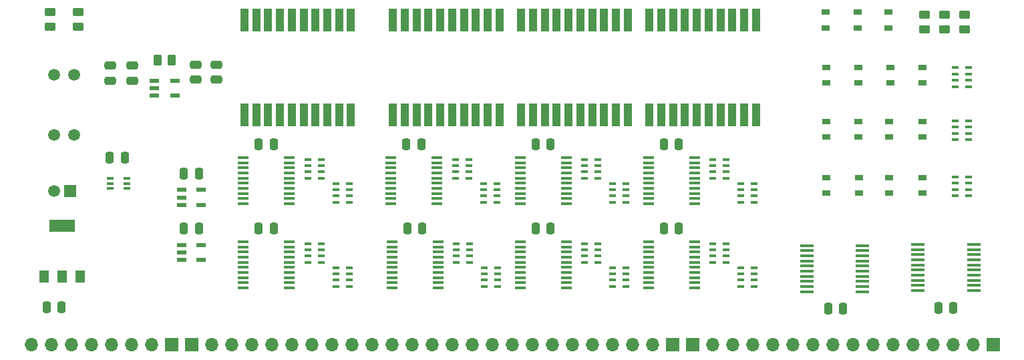
<source format=gts>
%TF.GenerationSoftware,KiCad,Pcbnew,8.0.5*%
%TF.CreationDate,2024-11-27T10:13:54+02:00*%
%TF.ProjectId,W65C816 Debug Display,57363543-3831-4362-9044-656275672044,V1*%
%TF.SameCoordinates,PX2b4c984PY5781bbc*%
%TF.FileFunction,Soldermask,Top*%
%TF.FilePolarity,Negative*%
%FSLAX46Y46*%
G04 Gerber Fmt 4.6, Leading zero omitted, Abs format (unit mm)*
G04 Created by KiCad (PCBNEW 8.0.5) date 2024-11-27 10:13:54*
%MOMM*%
%LPD*%
G01*
G04 APERTURE LIST*
G04 Aperture macros list*
%AMRoundRect*
0 Rectangle with rounded corners*
0 $1 Rounding radius*
0 $2 $3 $4 $5 $6 $7 $8 $9 X,Y pos of 4 corners*
0 Add a 4 corners polygon primitive as box body*
4,1,4,$2,$3,$4,$5,$6,$7,$8,$9,$2,$3,0*
0 Add four circle primitives for the rounded corners*
1,1,$1+$1,$2,$3*
1,1,$1+$1,$4,$5*
1,1,$1+$1,$6,$7*
1,1,$1+$1,$8,$9*
0 Add four rect primitives between the rounded corners*
20,1,$1+$1,$2,$3,$4,$5,0*
20,1,$1+$1,$4,$5,$6,$7,0*
20,1,$1+$1,$6,$7,$8,$9,0*
20,1,$1+$1,$8,$9,$2,$3,0*%
G04 Aperture macros list end*
%ADD10R,1.500000X1.500000*%
%ADD11C,1.500000*%
%ADD12R,0.875000X0.450000*%
%ADD13R,1.800000X0.450000*%
%ADD14RoundRect,0.250000X-0.250000X-0.475000X0.250000X-0.475000X0.250000X0.475000X-0.250000X0.475000X0*%
%ADD15RoundRect,0.250000X0.475000X-0.250000X0.475000X0.250000X-0.475000X0.250000X-0.475000X-0.250000X0*%
%ADD16RoundRect,0.250000X0.450000X-0.262500X0.450000X0.262500X-0.450000X0.262500X-0.450000X-0.262500X0*%
%ADD17R,1.000000X0.800000*%
%ADD18RoundRect,0.250000X0.250000X0.475000X-0.250000X0.475000X-0.250000X-0.475000X0.250000X-0.475000X0*%
%ADD19R,0.900000X0.450000*%
%ADD20R,1.000000X3.000000*%
%ADD21R,1.475000X0.450000*%
%ADD22R,1.150000X0.600000*%
%ADD23R,1.250000X0.600000*%
%ADD24C,1.509000*%
%ADD25RoundRect,0.250000X-0.262500X-0.450000X0.262500X-0.450000X0.262500X0.450000X-0.262500X0.450000X0*%
%ADD26R,1.200000X1.500000*%
%ADD27R,3.300000X1.500000*%
%ADD28R,1.700000X1.700000*%
%ADD29O,1.700000X1.700000*%
G04 APERTURE END LIST*
D10*
%TO.C,C1*%
X4937000Y19482000D03*
D11*
X2937000Y19482000D03*
%TD*%
D12*
%TO.C,IC12*%
X10033000Y21082000D03*
X10033000Y20432000D03*
X10033000Y19782000D03*
X12157000Y19782000D03*
X12157000Y20432000D03*
X12157000Y21082000D03*
%TD*%
D13*
%TO.C,IC11*%
X105404000Y6727000D03*
X105404000Y7377000D03*
X105404001Y8027000D03*
X105404000Y8677000D03*
X105404000Y9327000D03*
X105404000Y9977000D03*
X105404000Y10627000D03*
X105404001Y11277000D03*
X105404000Y11927000D03*
X105404000Y12577000D03*
X98304000Y12577000D03*
X98304000Y11927000D03*
X98303999Y11277000D03*
X98304000Y10627000D03*
X98304000Y9977000D03*
X98304000Y9327000D03*
X98304000Y8677000D03*
X98303999Y8027000D03*
X98304000Y7377000D03*
X98304000Y6727000D03*
%TD*%
%TO.C,IC10*%
X119501000Y6854000D03*
X119501000Y7504000D03*
X119501001Y8154000D03*
X119501000Y8804000D03*
X119501000Y9454000D03*
X119501000Y10104000D03*
X119501000Y10754000D03*
X119501001Y11404000D03*
X119501000Y12054000D03*
X119501000Y12704000D03*
X112401000Y12704000D03*
X112401000Y12054000D03*
X112400999Y11404000D03*
X112401000Y10754000D03*
X112401000Y10104000D03*
X112401000Y9454000D03*
X112401000Y8804000D03*
X112400999Y8154000D03*
X112401000Y7504000D03*
X112401000Y6854000D03*
%TD*%
D14*
%TO.C,C13*%
X101047000Y4572000D03*
X102947000Y4572000D03*
%TD*%
%TO.C,C12*%
X115017000Y4699000D03*
X116917000Y4699000D03*
%TD*%
D15*
%TO.C,C4*%
X23495000Y33610000D03*
X23495000Y35510000D03*
%TD*%
D16*
%TO.C,R5*%
X115819500Y41821700D03*
X115819500Y39996700D03*
%TD*%
D17*
%TO.C,LED5*%
X104834000Y26305800D03*
X104834000Y28305800D03*
%TD*%
D18*
%TO.C,C7*%
X21254000Y21717000D03*
X19354000Y21717000D03*
%TD*%
D15*
%TO.C,C9*%
X12855000Y33483000D03*
X12855000Y35383000D03*
%TD*%
D17*
%TO.C,LED10*%
X108898000Y33163800D03*
X108898000Y35163800D03*
%TD*%
%TO.C,LED11*%
X112962000Y33163800D03*
X112962000Y35163800D03*
%TD*%
D19*
%TO.C,RN14*%
X71860000Y10433800D03*
X71860000Y11233800D03*
X71860000Y12033800D03*
X71860000Y12833800D03*
X70160000Y12833800D03*
X70160000Y12033800D03*
X70160000Y11233800D03*
X70160000Y10433800D03*
%TD*%
%TO.C,RN16*%
X57460000Y7385800D03*
X57460000Y8185800D03*
X57460000Y8985800D03*
X57460000Y9785800D03*
X59160000Y9785800D03*
X59160000Y8985800D03*
X59160000Y8185800D03*
X59160000Y7385800D03*
%TD*%
%TO.C,RN17*%
X57333000Y18053800D03*
X57333000Y18853800D03*
X57333000Y19653800D03*
X57333000Y20453800D03*
X59033000Y20453800D03*
X59033000Y19653800D03*
X59033000Y18853800D03*
X59033000Y18053800D03*
%TD*%
D17*
%TO.C,LED9*%
X104834000Y33163800D03*
X104834000Y35163800D03*
%TD*%
D20*
%TO.C,DS1*%
X27051000Y29117000D03*
X28551000Y29117000D03*
X30051000Y29117000D03*
X31551000Y29117000D03*
X33051000Y29117000D03*
X34551000Y29117000D03*
X36051000Y29117000D03*
X37551000Y29117000D03*
X39051000Y29117000D03*
X40551000Y29117000D03*
X40551000Y41117000D03*
X39051000Y41117000D03*
X37551000Y41117000D03*
X36051000Y41117000D03*
X34551000Y41117000D03*
X33051000Y41117000D03*
X31551000Y41117000D03*
X30051000Y41117000D03*
X28551000Y41117000D03*
X27051000Y41117000D03*
%TD*%
D21*
%TO.C,IC8*%
X45593000Y23722000D03*
X45593000Y23072000D03*
X45593000Y22422000D03*
X45593000Y21772000D03*
X45593000Y21122000D03*
X45593000Y20472000D03*
X45593000Y19822000D03*
X45593000Y19172000D03*
X45593000Y18522000D03*
X45593000Y17872000D03*
X51469000Y17872000D03*
X51469000Y18522000D03*
X51469000Y19172000D03*
X51469000Y19822000D03*
X51469000Y20472000D03*
X51469000Y21122000D03*
X51469000Y21772000D03*
X51469000Y22422000D03*
X51469000Y23072000D03*
X51469000Y23722000D03*
%TD*%
D19*
%TO.C,RN13*%
X75416000Y18053800D03*
X75416000Y18853800D03*
X75416000Y19653800D03*
X75416000Y20453800D03*
X73716000Y20453800D03*
X73716000Y19653800D03*
X73716000Y18853800D03*
X73716000Y18053800D03*
%TD*%
D17*
%TO.C,LED13*%
X104961000Y19193800D03*
X104961000Y21193800D03*
%TD*%
D19*
%TO.C,RN2*%
X117094000Y32709000D03*
X117094000Y33509000D03*
X117094000Y34309000D03*
X117094000Y35109000D03*
X118794000Y35109000D03*
X118794000Y34309000D03*
X118794000Y33509000D03*
X118794000Y32709000D03*
%TD*%
D18*
%TO.C,C19*%
X65848000Y14701000D03*
X63948000Y14701000D03*
%TD*%
D17*
%TO.C,LED3*%
X104770500Y40164000D03*
X104770500Y42164000D03*
%TD*%
%TO.C,LED2*%
X100706500Y40164000D03*
X100706500Y42164000D03*
%TD*%
D21*
%TO.C,IC6*%
X84108000Y23722000D03*
X84108000Y23072000D03*
X84108000Y22422000D03*
X84108000Y21772000D03*
X84108000Y21122000D03*
X84108000Y20472000D03*
X84108000Y19822000D03*
X84108000Y19172000D03*
X84108000Y18522000D03*
X84108000Y17872000D03*
X78232000Y17872000D03*
X78232000Y18522000D03*
X78232000Y19172000D03*
X78232000Y19822000D03*
X78232000Y20472000D03*
X78232000Y21122000D03*
X78232000Y21772000D03*
X78232000Y22422000D03*
X78232000Y23072000D03*
X78232000Y23722000D03*
%TD*%
D17*
%TO.C,LED4*%
X100770000Y26305800D03*
X100770000Y28305800D03*
%TD*%
D14*
%TO.C,C3*%
X1971000Y4750000D03*
X3871000Y4750000D03*
%TD*%
D17*
%TO.C,LED6*%
X108771000Y26305800D03*
X108771000Y28305800D03*
%TD*%
D22*
%TO.C,IC3*%
X15619000Y33462000D03*
X15619000Y32512000D03*
X15619000Y31562000D03*
X18219000Y31562000D03*
X18219000Y33462000D03*
%TD*%
D17*
%TO.C,LED12*%
X100770000Y19193800D03*
X100770000Y21193800D03*
%TD*%
D19*
%TO.C,RN7*%
X36750000Y21101800D03*
X36750000Y21901800D03*
X36750000Y22701800D03*
X36750000Y23501800D03*
X35050000Y23501800D03*
X35050000Y22701800D03*
X35050000Y21901800D03*
X35050000Y21101800D03*
%TD*%
D16*
%TO.C,R3*%
X118349500Y41821700D03*
X118349500Y39996700D03*
%TD*%
D23*
%TO.C,IC9*%
X19070000Y19619000D03*
X19070000Y18669000D03*
X19070000Y17719000D03*
X21570000Y17719000D03*
X21570000Y19619000D03*
%TD*%
D20*
%TO.C,DS3*%
X62120000Y41117000D03*
X63620000Y41117000D03*
X65120000Y41117000D03*
X66620000Y41117000D03*
X68120000Y41117000D03*
X69620000Y41117000D03*
X71120000Y41117000D03*
X72620000Y41117000D03*
X74120000Y41117000D03*
X75620000Y41117000D03*
X75620000Y29117000D03*
X74120000Y29117000D03*
X72620000Y29117000D03*
X71120000Y29117000D03*
X69620000Y29117000D03*
X68120000Y29117000D03*
X66620000Y29117000D03*
X65120000Y29117000D03*
X63620000Y29117000D03*
X62120000Y29117000D03*
%TD*%
D19*
%TO.C,RN4*%
X40306000Y7385800D03*
X40306000Y8185800D03*
X40306000Y8985800D03*
X40306000Y9785800D03*
X38606000Y9785800D03*
X38606000Y8985800D03*
X38606000Y8185800D03*
X38606000Y7385800D03*
%TD*%
%TO.C,RN5*%
X40306000Y18053800D03*
X40306000Y18853800D03*
X40306000Y19653800D03*
X40306000Y20453800D03*
X38606000Y20453800D03*
X38606000Y19653800D03*
X38606000Y18853800D03*
X38606000Y18053800D03*
%TD*%
D16*
%TO.C,R6*%
X2387000Y40310000D03*
X2387000Y42135000D03*
%TD*%
D24*
%TO.C,S2*%
X5445000Y34214000D03*
X2905000Y34214000D03*
X2905000Y26594000D03*
X5445000Y26594000D03*
%TD*%
D18*
%TO.C,C18*%
X11856000Y23749000D03*
X9956000Y23749000D03*
%TD*%
D17*
%TO.C,LED1*%
X108707500Y40164000D03*
X108707500Y42164000D03*
%TD*%
D19*
%TO.C,RN6*%
X36750000Y10433800D03*
X36750000Y11233800D03*
X36750000Y12033800D03*
X36750000Y12833800D03*
X35050000Y12833800D03*
X35050000Y12033800D03*
X35050000Y11233800D03*
X35050000Y10433800D03*
%TD*%
D16*
%TO.C,R1*%
X5943000Y40310000D03*
X5943000Y42135000D03*
%TD*%
D18*
%TO.C,C15*%
X80204000Y25369000D03*
X82104000Y25369000D03*
%TD*%
D19*
%TO.C,RN8*%
X89972000Y7385800D03*
X89972000Y8185800D03*
X89972000Y8985800D03*
X89972000Y9785800D03*
X91672000Y9785800D03*
X91672000Y8985800D03*
X91672000Y8185800D03*
X91672000Y7385800D03*
%TD*%
D18*
%TO.C,C23*%
X65848000Y25369000D03*
X63948000Y25369000D03*
%TD*%
D20*
%TO.C,DS4*%
X45864000Y29117000D03*
X47364000Y29117000D03*
X48864000Y29117000D03*
X50364000Y29117000D03*
X51864000Y29117000D03*
X53364000Y29117000D03*
X54864000Y29117000D03*
X56364000Y29117000D03*
X57864000Y29117000D03*
X59364000Y29117000D03*
X59364000Y41117000D03*
X57864000Y41117000D03*
X56364000Y41117000D03*
X54864000Y41117000D03*
X53364000Y41117000D03*
X51864000Y41117000D03*
X50364000Y41117000D03*
X48864000Y41117000D03*
X47364000Y41117000D03*
X45864000Y41117000D03*
%TD*%
D21*
%TO.C,IC15*%
X61976000Y13054000D03*
X61976000Y12404000D03*
X61976000Y11754000D03*
X61976000Y11104000D03*
X61976000Y10454000D03*
X61976000Y9804000D03*
X61976000Y9154000D03*
X61976000Y8504000D03*
X61976000Y7854000D03*
X61976000Y7204000D03*
X67852000Y7204000D03*
X67852000Y7854000D03*
X67852000Y8504000D03*
X67852000Y9154000D03*
X67852000Y9804000D03*
X67852000Y10454000D03*
X67852000Y11104000D03*
X67852000Y11754000D03*
X67852000Y12404000D03*
X67852000Y13054000D03*
%TD*%
%TO.C,IC7*%
X61976000Y23722000D03*
X61976000Y23072000D03*
X61976000Y22422000D03*
X61976000Y21772000D03*
X61976000Y21122000D03*
X61976000Y20472000D03*
X61976000Y19822000D03*
X61976000Y19172000D03*
X61976000Y18522000D03*
X61976000Y17872000D03*
X67852000Y17872000D03*
X67852000Y18522000D03*
X67852000Y19172000D03*
X67852000Y19822000D03*
X67852000Y20472000D03*
X67852000Y21122000D03*
X67852000Y21772000D03*
X67852000Y22422000D03*
X67852000Y23072000D03*
X67852000Y23722000D03*
%TD*%
D19*
%TO.C,RN9*%
X89972000Y18053800D03*
X89972000Y18853800D03*
X89972000Y19653800D03*
X89972000Y20453800D03*
X91672000Y20453800D03*
X91672000Y19653800D03*
X91672000Y18853800D03*
X91672000Y18053800D03*
%TD*%
%TO.C,RN18*%
X53904000Y10433800D03*
X53904000Y11233800D03*
X53904000Y12033800D03*
X53904000Y12833800D03*
X55604000Y12833800D03*
X55604000Y12033800D03*
X55604000Y11233800D03*
X55604000Y10433800D03*
%TD*%
D21*
%TO.C,IC5*%
X32742000Y23722000D03*
X32742000Y23072000D03*
X32742000Y22422000D03*
X32742000Y21772000D03*
X32742000Y21122000D03*
X32742000Y20472000D03*
X32742000Y19822000D03*
X32742000Y19172000D03*
X32742000Y18522000D03*
X32742000Y17872000D03*
X26866000Y17872000D03*
X26866000Y18522000D03*
X26866000Y19172000D03*
X26866000Y19822000D03*
X26866000Y20472000D03*
X26866000Y21122000D03*
X26866000Y21772000D03*
X26866000Y22422000D03*
X26866000Y23072000D03*
X26866000Y23722000D03*
%TD*%
D17*
%TO.C,LED15*%
X112962000Y19193800D03*
X112962000Y21193800D03*
%TD*%
D18*
%TO.C,C11*%
X47565000Y25369000D03*
X49465000Y25369000D03*
%TD*%
D25*
%TO.C,R2*%
X16006500Y36078000D03*
X17831500Y36078000D03*
%TD*%
D26*
%TO.C,IC2*%
X1637000Y8662000D03*
X3937000Y8662000D03*
X6237000Y8662000D03*
D27*
X3937000Y15062000D03*
%TD*%
D17*
%TO.C,LED7*%
X112962000Y26305800D03*
X112962000Y28305800D03*
%TD*%
%TO.C,LED8*%
X100770000Y33163800D03*
X100770000Y35163800D03*
%TD*%
D16*
%TO.C,R4*%
X113269500Y41821700D03*
X113269500Y39996700D03*
%TD*%
D19*
%TO.C,RN1*%
X117094000Y25978000D03*
X117094000Y26778000D03*
X117094000Y27578000D03*
X117094000Y28378000D03*
X118794000Y28378000D03*
X118794000Y27578000D03*
X118794000Y26778000D03*
X118794000Y25978000D03*
%TD*%
D21*
%TO.C,IC14*%
X84108000Y13054000D03*
X84108000Y12404000D03*
X84108000Y11754000D03*
X84108000Y11104000D03*
X84108000Y10454000D03*
X84108000Y9804000D03*
X84108000Y9154000D03*
X84108000Y8504000D03*
X84108000Y7854000D03*
X84108000Y7204000D03*
X78232000Y7204000D03*
X78232000Y7854000D03*
X78232000Y8504000D03*
X78232000Y9154000D03*
X78232000Y9804000D03*
X78232000Y10454000D03*
X78232000Y11104000D03*
X78232000Y11754000D03*
X78232000Y12404000D03*
X78232000Y13054000D03*
%TD*%
%TO.C,IC16*%
X45720000Y13054000D03*
X45720000Y12404000D03*
X45720000Y11754000D03*
X45720000Y11104000D03*
X45720000Y10454000D03*
X45720000Y9804000D03*
X45720000Y9154000D03*
X45720000Y8504000D03*
X45720000Y7854000D03*
X45720000Y7204000D03*
X51596000Y7204000D03*
X51596000Y7854000D03*
X51596000Y8504000D03*
X51596000Y9154000D03*
X51596000Y9804000D03*
X51596000Y10454000D03*
X51596000Y11104000D03*
X51596000Y11754000D03*
X51596000Y12404000D03*
X51596000Y13054000D03*
%TD*%
D15*
%TO.C,C5*%
X20828000Y33610000D03*
X20828000Y35510000D03*
%TD*%
D19*
%TO.C,RN11*%
X86416000Y21101800D03*
X86416000Y21901800D03*
X86416000Y22701800D03*
X86416000Y23501800D03*
X88116000Y23501800D03*
X88116000Y22701800D03*
X88116000Y21901800D03*
X88116000Y21101800D03*
%TD*%
D23*
%TO.C,IC1*%
X19070000Y12634000D03*
X19070000Y11684000D03*
X19070000Y10734000D03*
X21570000Y10734000D03*
X21570000Y12634000D03*
%TD*%
D17*
%TO.C,LED14*%
X108771000Y19193800D03*
X108771000Y21193800D03*
%TD*%
D18*
%TO.C,C22*%
X47692000Y14701000D03*
X49592000Y14701000D03*
%TD*%
D15*
%TO.C,C8*%
X10033000Y33483000D03*
X10033000Y35383000D03*
%TD*%
D18*
%TO.C,C2*%
X80204000Y14701000D03*
X82104000Y14701000D03*
%TD*%
%TO.C,C10*%
X30738000Y14701000D03*
X28838000Y14701000D03*
%TD*%
%TO.C,C14*%
X30738000Y25369000D03*
X28838000Y25369000D03*
%TD*%
D19*
%TO.C,RN12*%
X75416000Y7385800D03*
X75416000Y8185800D03*
X75416000Y8985800D03*
X75416000Y9785800D03*
X73716000Y9785800D03*
X73716000Y8985800D03*
X73716000Y8185800D03*
X73716000Y7385800D03*
%TD*%
D20*
%TO.C,DS2*%
X78376000Y29117000D03*
X79876000Y29117000D03*
X81376000Y29117000D03*
X82876000Y29117000D03*
X84376000Y29117000D03*
X85876000Y29117000D03*
X87376000Y29117000D03*
X88876000Y29117000D03*
X90376000Y29117000D03*
X91876000Y29117000D03*
X91876000Y41117000D03*
X90376000Y41117000D03*
X88876000Y41117000D03*
X87376000Y41117000D03*
X85876000Y41117000D03*
X84376000Y41117000D03*
X82876000Y41117000D03*
X81376000Y41117000D03*
X79876000Y41117000D03*
X78376000Y41117000D03*
%TD*%
D19*
%TO.C,RN15*%
X71860000Y21101800D03*
X71860000Y21901800D03*
X71860000Y22701800D03*
X71860000Y23501800D03*
X70160000Y23501800D03*
X70160000Y22701800D03*
X70160000Y21901800D03*
X70160000Y21101800D03*
%TD*%
D18*
%TO.C,C6*%
X21254000Y14732000D03*
X19354000Y14732000D03*
%TD*%
D21*
%TO.C,IC13*%
X26866000Y13054000D03*
X26866000Y12404000D03*
X26866000Y11754000D03*
X26866000Y11104000D03*
X26866000Y10454000D03*
X26866000Y9804000D03*
X26866000Y9154000D03*
X26866000Y8504000D03*
X26866000Y7854000D03*
X26866000Y7204000D03*
X32742000Y7204000D03*
X32742000Y7854000D03*
X32742000Y8504000D03*
X32742000Y9154000D03*
X32742000Y9804000D03*
X32742000Y10454000D03*
X32742000Y11104000D03*
X32742000Y11754000D03*
X32742000Y12404000D03*
X32742000Y13054000D03*
%TD*%
D19*
%TO.C,RN3*%
X117094000Y18866000D03*
X117094000Y19666000D03*
X117094000Y20466000D03*
X117094000Y21266000D03*
X118794000Y21266000D03*
X118794000Y20466000D03*
X118794000Y19666000D03*
X118794000Y18866000D03*
%TD*%
%TO.C,RN19*%
X53777000Y21101800D03*
X53777000Y21901800D03*
X53777000Y22701800D03*
X53777000Y23501800D03*
X55477000Y23501800D03*
X55477000Y22701800D03*
X55477000Y21901800D03*
X55477000Y21101800D03*
%TD*%
%TO.C,RN10*%
X86416000Y10433800D03*
X86416000Y11233800D03*
X86416000Y12033800D03*
X86416000Y12833800D03*
X88116000Y12833800D03*
X88116000Y12033800D03*
X88116000Y11233800D03*
X88116000Y10433800D03*
%TD*%
D28*
%TO.C,J3*%
X81280000Y0D03*
D29*
X78740000Y0D03*
X76200000Y0D03*
X73660000Y0D03*
X71120000Y0D03*
X68580000Y0D03*
X66040000Y0D03*
X63500000Y0D03*
X60960000Y0D03*
X58420000Y0D03*
X55880000Y0D03*
X53340000Y0D03*
X50800000Y0D03*
X48260000Y0D03*
X45720000Y0D03*
X43180000Y0D03*
X40640000Y0D03*
X38100000Y0D03*
X35560000Y0D03*
X33020000Y0D03*
X30480000Y0D03*
X27940000Y0D03*
X25400000Y0D03*
X22860000Y0D03*
%TD*%
D28*
%TO.C,J4*%
X17780000Y0D03*
D29*
X15240000Y0D03*
X12700000Y0D03*
X10160000Y0D03*
X7620000Y0D03*
X5080000Y0D03*
X2540000Y0D03*
X0Y0D03*
%TD*%
D28*
%TO.C,J5*%
X121920000Y0D03*
D29*
X119380000Y0D03*
X116840000Y0D03*
X114300000Y0D03*
X111760000Y0D03*
X109220000Y0D03*
X106680000Y0D03*
X104140000Y0D03*
X101600000Y0D03*
X99060000Y0D03*
X96520000Y0D03*
X93980000Y0D03*
X91440000Y0D03*
X88900000Y0D03*
X86360000Y0D03*
%TD*%
D28*
%TO.C,J1*%
X83820000Y0D03*
%TD*%
%TO.C,J2*%
X20320000Y0D03*
%TD*%
M02*

</source>
